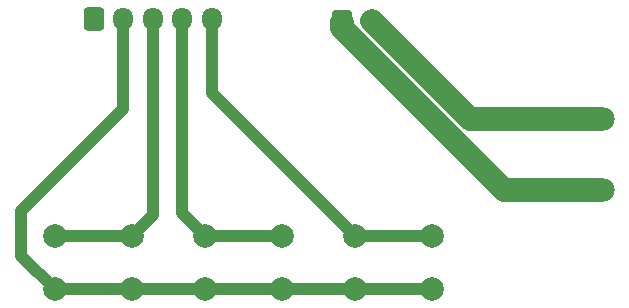
<source format=gbr>
G04 #@! TF.GenerationSoftware,KiCad,Pcbnew,(6.0.4)*
G04 #@! TF.CreationDate,2022-07-19T16:35:08+09:00*
G04 #@! TF.ProjectId,io_board for cnc,696f5f62-6f61-4726-9420-666f7220636e,rev?*
G04 #@! TF.SameCoordinates,Original*
G04 #@! TF.FileFunction,Copper,L2,Bot*
G04 #@! TF.FilePolarity,Positive*
%FSLAX46Y46*%
G04 Gerber Fmt 4.6, Leading zero omitted, Abs format (unit mm)*
G04 Created by KiCad (PCBNEW (6.0.4)) date 2022-07-19 16:35:08*
%MOMM*%
%LPD*%
G01*
G04 APERTURE LIST*
G04 Aperture macros list*
%AMRoundRect*
0 Rectangle with rounded corners*
0 $1 Rounding radius*
0 $2 $3 $4 $5 $6 $7 $8 $9 X,Y pos of 4 corners*
0 Add a 4 corners polygon primitive as box body*
4,1,4,$2,$3,$4,$5,$6,$7,$8,$9,$2,$3,0*
0 Add four circle primitives for the rounded corners*
1,1,$1+$1,$2,$3*
1,1,$1+$1,$4,$5*
1,1,$1+$1,$6,$7*
1,1,$1+$1,$8,$9*
0 Add four rect primitives between the rounded corners*
20,1,$1+$1,$2,$3,$4,$5,0*
20,1,$1+$1,$4,$5,$6,$7,0*
20,1,$1+$1,$6,$7,$8,$9,0*
20,1,$1+$1,$8,$9,$2,$3,0*%
G04 Aperture macros list end*
G04 #@! TA.AperFunction,ComponentPad*
%ADD10O,4.000000X2.000000*%
G04 #@! TD*
G04 #@! TA.AperFunction,ComponentPad*
%ADD11C,2.000000*%
G04 #@! TD*
G04 #@! TA.AperFunction,ComponentPad*
%ADD12RoundRect,0.250000X-0.600000X-0.750000X0.600000X-0.750000X0.600000X0.750000X-0.600000X0.750000X0*%
G04 #@! TD*
G04 #@! TA.AperFunction,ComponentPad*
%ADD13O,1.700000X2.000000*%
G04 #@! TD*
G04 #@! TA.AperFunction,ComponentPad*
%ADD14RoundRect,0.250000X-0.600000X-0.725000X0.600000X-0.725000X0.600000X0.725000X-0.600000X0.725000X0*%
G04 #@! TD*
G04 #@! TA.AperFunction,ComponentPad*
%ADD15O,1.700000X1.950000*%
G04 #@! TD*
G04 #@! TA.AperFunction,Conductor*
%ADD16C,1.000000*%
G04 #@! TD*
G04 #@! TA.AperFunction,Conductor*
%ADD17C,2.000000*%
G04 #@! TD*
G04 APERTURE END LIST*
D10*
X166370000Y-121508000D03*
X166370000Y-127508000D03*
D11*
X121008000Y-135890000D03*
X127508000Y-135890000D03*
X121008000Y-131390000D03*
X127508000Y-131390000D03*
D12*
X145308000Y-113267000D03*
D13*
X147808000Y-113267000D03*
D14*
X124286000Y-113013000D03*
D15*
X126786000Y-113013000D03*
X129286000Y-113013000D03*
X131786000Y-113013000D03*
X134286000Y-113013000D03*
D11*
X133708000Y-135890000D03*
X140208000Y-135890000D03*
X140208000Y-131390000D03*
X133708000Y-131390000D03*
X146408000Y-135890000D03*
X152908000Y-135890000D03*
X152908000Y-131390000D03*
X146408000Y-131390000D03*
D16*
X146408000Y-135890000D02*
X152908000Y-135890000D01*
X140208000Y-135890000D02*
X146408000Y-135890000D01*
X133708000Y-135890000D02*
X140208000Y-135890000D01*
X127508000Y-135890000D02*
X133708000Y-135890000D01*
X121008000Y-135890000D02*
X127508000Y-135890000D01*
D17*
X159000542Y-127508000D02*
X166370000Y-127508000D01*
X145308000Y-113267000D02*
X145308000Y-113815458D01*
X145308000Y-113815458D02*
X159000542Y-127508000D01*
D16*
X126786000Y-120650000D02*
X118110000Y-129286000D01*
X118110000Y-133096000D02*
X121008000Y-135890000D01*
X118110000Y-129286000D02*
X118110000Y-133096000D01*
X126786000Y-113013000D02*
X126786000Y-120650000D01*
X129286000Y-129612000D02*
X127508000Y-131390000D01*
X129286000Y-113013000D02*
X129286000Y-129612000D01*
X127508000Y-131390000D02*
X121008000Y-131390000D01*
X131786000Y-129468000D02*
X133708000Y-131390000D01*
X131786000Y-113013000D02*
X131786000Y-129468000D01*
X140208000Y-131390000D02*
X133708000Y-131390000D01*
X134286000Y-119268000D02*
X146408000Y-131390000D01*
X134286000Y-113013000D02*
X134286000Y-119268000D01*
X146408000Y-131390000D02*
X152908000Y-131390000D01*
D17*
X166370000Y-121508000D02*
X156111134Y-121508000D01*
X156111134Y-121508000D02*
X147839067Y-113235933D01*
M02*

</source>
